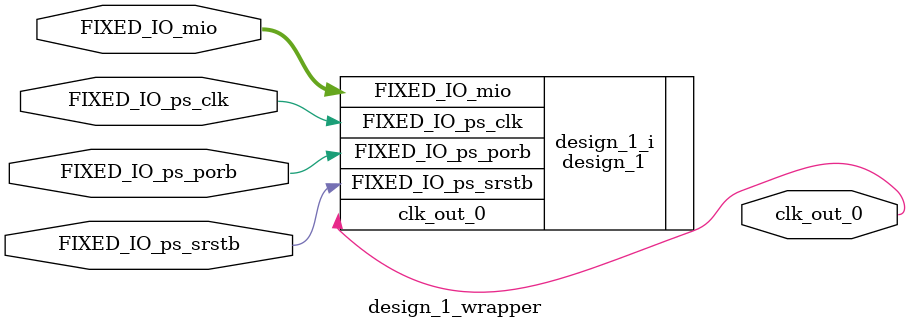
<source format=v>
`timescale 1 ps / 1 ps

module design_1_wrapper
   (FIXED_IO_mio,
    FIXED_IO_ps_clk,
    FIXED_IO_ps_porb,
    FIXED_IO_ps_srstb,
    clk_out_0);
  inout [53:0]FIXED_IO_mio;
  inout FIXED_IO_ps_clk;
  inout FIXED_IO_ps_porb;
  inout FIXED_IO_ps_srstb;
  output clk_out_0;

  wire [53:0]FIXED_IO_mio;
  wire FIXED_IO_ps_clk;
  wire FIXED_IO_ps_porb;
  wire FIXED_IO_ps_srstb;
  wire clk_out_0;

  design_1 design_1_i
       (.FIXED_IO_mio(FIXED_IO_mio),
        .FIXED_IO_ps_clk(FIXED_IO_ps_clk),
        .FIXED_IO_ps_porb(FIXED_IO_ps_porb),
        .FIXED_IO_ps_srstb(FIXED_IO_ps_srstb),
        .clk_out_0(clk_out_0));
endmodule

</source>
